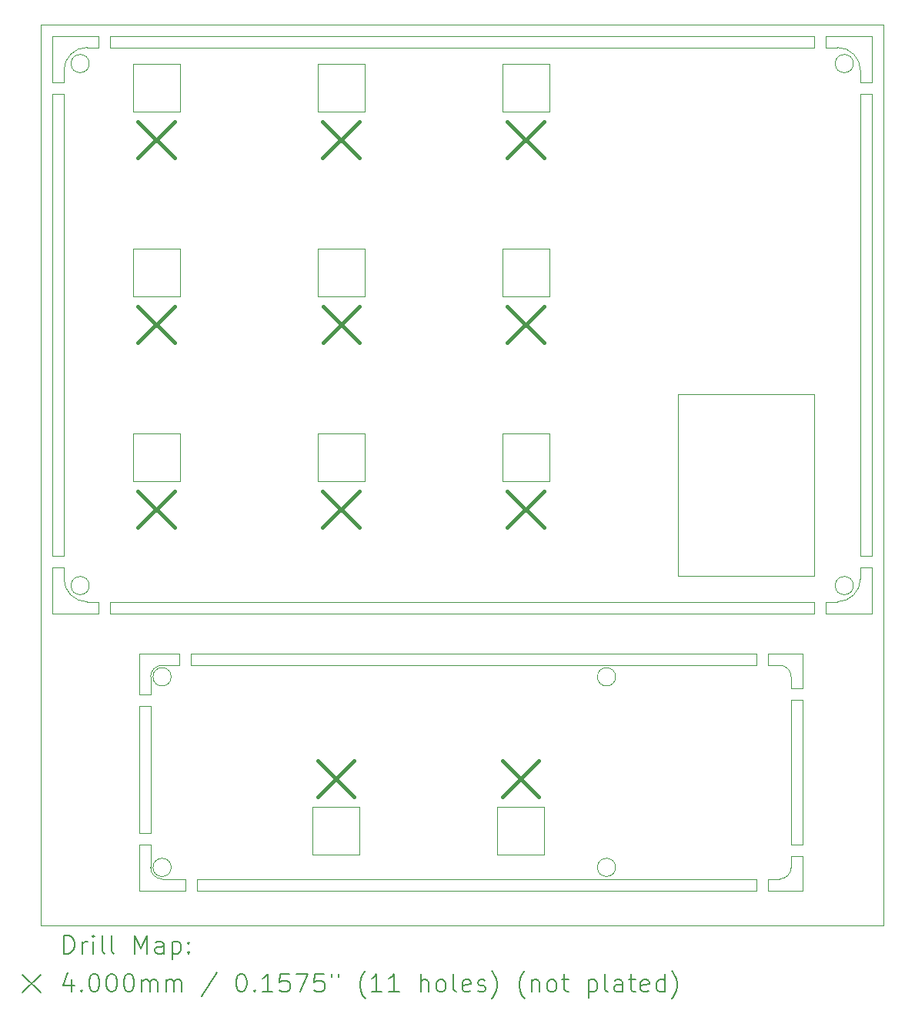
<source format=gbr>
%FSLAX45Y45*%
G04 Gerber Fmt 4.5, Leading zero omitted, Abs format (unit mm)*
G04 Created by KiCad (PCBNEW (6.0.5)) date 2022-06-14 18:11:53*
%MOMM*%
%LPD*%
G01*
G04 APERTURE LIST*
%TA.AperFunction,Profile*%
%ADD10C,0.050000*%
%TD*%
%ADD11C,0.200000*%
%ADD12C,0.400000*%
G04 APERTURE END LIST*
D10*
X11049000Y-12509500D02*
G75*
G03*
X10922000Y-12382500I-127000J0D01*
G01*
X4000500Y-14605000D02*
G75*
G03*
X4127500Y-14732000I127000J0D01*
G01*
X11938000Y-6096000D02*
X11811000Y-6096000D01*
X11430000Y-11684000D02*
X11430000Y-11811000D01*
X3048000Y-11303000D02*
X3048000Y-11430000D01*
X10668000Y-14859000D02*
X10668000Y-14732000D01*
X4445000Y-12255500D02*
X4445000Y-12382500D01*
X4000500Y-12509500D02*
X4000500Y-12700000D01*
X11176000Y-14859000D02*
X11176000Y-14478000D01*
X4324154Y-10356775D02*
X3805994Y-10356775D01*
X3805994Y-10356775D02*
X3805994Y-9835615D01*
X3805994Y-9835615D02*
X4324154Y-9835615D01*
X4324154Y-9835615D02*
X4324154Y-10356775D01*
X11049000Y-12636500D02*
X11049000Y-12509500D01*
X10922000Y-14732000D02*
G75*
G03*
X11049000Y-14605000I0J127000D01*
G01*
X11938000Y-11176000D02*
X11938000Y-6096000D01*
X11303000Y-5588000D02*
X3556000Y-5588000D01*
X11811000Y-11176000D02*
X11938000Y-11176000D01*
X5778920Y-13941420D02*
X6297080Y-13941420D01*
X6297080Y-13941420D02*
X6297080Y-14466660D01*
X6297080Y-14466660D02*
X5778920Y-14466660D01*
X5778920Y-14466660D02*
X5778920Y-13941420D01*
X11303000Y-5588000D02*
X11303000Y-5461000D01*
X2921000Y-5461000D02*
X2921000Y-5969000D01*
X10795000Y-14732000D02*
X10795000Y-14859000D01*
X3556000Y-11684000D02*
X3556000Y-11811000D01*
X3429000Y-5461000D02*
X3429000Y-5588000D01*
X8387080Y-8323580D02*
X7868920Y-8323580D01*
X7868920Y-8323580D02*
X7868920Y-7805420D01*
X7868920Y-7805420D02*
X8387080Y-7805420D01*
X8387080Y-7805420D02*
X8387080Y-8323580D01*
X4000500Y-12827000D02*
X4000500Y-14224000D01*
X2794000Y-5334000D02*
X12065000Y-5334000D01*
X12065000Y-5334000D02*
X12065000Y-15240000D01*
X12065000Y-15240000D02*
X2794000Y-15240000D01*
X2794000Y-15240000D02*
X2794000Y-5334000D01*
X4000500Y-14351000D02*
X4000500Y-14605000D01*
X11430000Y-5588000D02*
X11430000Y-5461000D01*
X11733200Y-5765800D02*
G75*
G03*
X11733200Y-5765800I-100000J0D01*
G01*
X11049000Y-14478000D02*
X11049000Y-14605000D01*
X3873500Y-14224000D02*
X3873500Y-12827000D01*
X11049000Y-14351000D02*
X11176000Y-14351000D01*
X11176000Y-14351000D02*
X11176000Y-12763500D01*
X3429000Y-5461000D02*
X2921000Y-5461000D01*
X3048000Y-6096000D02*
X2921000Y-6096000D01*
X8387681Y-10361855D02*
X7869521Y-10361855D01*
X7869521Y-10361855D02*
X7869521Y-9831535D01*
X7869521Y-9831535D02*
X8387681Y-9831535D01*
X8387681Y-9831535D02*
X8387681Y-10361855D01*
X3556000Y-5461000D02*
X3556000Y-5588000D01*
X4324154Y-8325580D02*
X3805994Y-8325580D01*
X3805994Y-8325580D02*
X3805994Y-7805420D01*
X3805994Y-7805420D02*
X4324154Y-7805420D01*
X4324154Y-7805420D02*
X4324154Y-8325580D01*
X11176000Y-14478000D02*
X11049000Y-14478000D01*
X3873500Y-14351000D02*
X4000500Y-14351000D01*
X9117000Y-14605000D02*
G75*
G03*
X9117000Y-14605000I-100000J0D01*
G01*
X3048000Y-5969000D02*
X3048000Y-5842000D01*
X2921000Y-6096000D02*
X2921000Y-11176000D01*
X11938000Y-5461000D02*
X11938000Y-5969000D01*
X6355917Y-8325580D02*
X5837757Y-8325580D01*
X5837757Y-8325580D02*
X5837757Y-7805420D01*
X5837757Y-7805420D02*
X6355917Y-7805420D01*
X6355917Y-7805420D02*
X6355917Y-8325580D01*
X6355080Y-10357500D02*
X5836920Y-10357500D01*
X5836920Y-10357500D02*
X5836920Y-9832260D01*
X5836920Y-9832260D02*
X6355080Y-9832260D01*
X6355080Y-9832260D02*
X6355080Y-10357500D01*
X3302000Y-5588000D02*
X3429000Y-5588000D01*
X4381500Y-14859000D02*
X4381500Y-14732000D01*
X11938000Y-11811000D02*
X11938000Y-11303000D01*
X4318000Y-12382500D02*
X4127500Y-12382500D01*
X11557000Y-5588000D02*
X11430000Y-5588000D01*
X11733200Y-11506200D02*
G75*
G03*
X11733200Y-11506200I-100000J0D01*
G01*
X4127500Y-12382500D02*
G75*
G03*
X4000500Y-12509500I0J-127000D01*
G01*
X4000500Y-12700000D02*
X3873500Y-12700000D01*
X11430000Y-5461000D02*
X11938000Y-5461000D01*
X7810920Y-13939880D02*
X8329080Y-13939880D01*
X8329080Y-13939880D02*
X8329080Y-14465120D01*
X8329080Y-14465120D02*
X7810920Y-14465120D01*
X7810920Y-14465120D02*
X7810920Y-13939880D01*
X11811000Y-6096000D02*
X11811000Y-11176000D01*
X11303000Y-5461000D02*
X3556000Y-5461000D01*
X3048000Y-6096000D02*
X3048000Y-11176000D01*
X10668000Y-14732000D02*
X4508500Y-14732000D01*
X4445000Y-12382500D02*
X10668000Y-12382500D01*
X3048000Y-11430000D02*
G75*
G03*
X3302000Y-11684000I254000J0D01*
G01*
X4227500Y-12509500D02*
G75*
G03*
X4227500Y-12509500I-100000J0D01*
G01*
X4508500Y-14732000D02*
X4508500Y-14859000D01*
X11049000Y-12763500D02*
X11049000Y-14351000D01*
X11176000Y-12255500D02*
X11176000Y-12636500D01*
X3048000Y-11303000D02*
X2921000Y-11303000D01*
X10795000Y-14859000D02*
X11176000Y-14859000D01*
X4323080Y-6293580D02*
X3804920Y-6293580D01*
X3804920Y-6293580D02*
X3804920Y-5771420D01*
X3804920Y-5771420D02*
X4323080Y-5771420D01*
X4323080Y-5771420D02*
X4323080Y-6293580D01*
X3429000Y-11811000D02*
X3429000Y-11684000D01*
X3873500Y-12255500D02*
X4318000Y-12255500D01*
X2921000Y-11176000D02*
X3048000Y-11176000D01*
X4000500Y-14224000D02*
X3873500Y-14224000D01*
X11176000Y-12763500D02*
X11049000Y-12763500D01*
X11303000Y-11811000D02*
X11303000Y-11684000D01*
X11938000Y-5969000D02*
X11811000Y-5969000D01*
X10668000Y-12255500D02*
X4445000Y-12255500D01*
X4381500Y-14732000D02*
X4127500Y-14732000D01*
X4508500Y-14859000D02*
X10668000Y-14859000D01*
X11557000Y-11684000D02*
X11430000Y-11684000D01*
X11811000Y-5842000D02*
X11811000Y-5969000D01*
X11430000Y-11811000D02*
X11938000Y-11811000D01*
X10922000Y-12382500D02*
X10795000Y-12382500D01*
X3556000Y-11684000D02*
X11303000Y-11684000D01*
X2921000Y-11303000D02*
X2921000Y-11811000D01*
X10795000Y-12382500D02*
X10795000Y-12255500D01*
X3429000Y-11684000D02*
X3302000Y-11684000D01*
X8387080Y-6292580D02*
X7868920Y-6292580D01*
X7868920Y-6292580D02*
X7868920Y-5768340D01*
X7868920Y-5768340D02*
X8387080Y-5768340D01*
X8387080Y-5768340D02*
X8387080Y-6292580D01*
X3873500Y-12700000D02*
X3873500Y-12255500D01*
X10795000Y-12255500D02*
X11176000Y-12255500D01*
X3556000Y-11811000D02*
X11303000Y-11811000D01*
X3325800Y-5765800D02*
G75*
G03*
X3325800Y-5765800I-100000J0D01*
G01*
X3873500Y-14351000D02*
X3873500Y-14859000D01*
X9117000Y-12509500D02*
G75*
G03*
X9117000Y-12509500I-100000J0D01*
G01*
X2921000Y-11811000D02*
X3429000Y-11811000D01*
X3302000Y-5588000D02*
G75*
G03*
X3048000Y-5842000I0J-254000D01*
G01*
X11811000Y-5842000D02*
G75*
G03*
X11557000Y-5588000I-254000J0D01*
G01*
X6355080Y-6293580D02*
X5836920Y-6293580D01*
X5836920Y-6293580D02*
X5836920Y-5771420D01*
X5836920Y-5771420D02*
X6355080Y-5771420D01*
X6355080Y-5771420D02*
X6355080Y-6293580D01*
X9800000Y-9400000D02*
X11300000Y-9400000D01*
X11300000Y-9400000D02*
X11300000Y-11400000D01*
X11300000Y-11400000D02*
X9800000Y-11400000D01*
X9800000Y-11400000D02*
X9800000Y-9400000D01*
X2921000Y-5969000D02*
X3048000Y-5969000D01*
X4318000Y-12255500D02*
X4318000Y-12382500D01*
X10668000Y-12382500D02*
X10668000Y-12255500D01*
X4227500Y-14605000D02*
G75*
G03*
X4227500Y-14605000I-100000J0D01*
G01*
X11811000Y-11303000D02*
X11811000Y-11430000D01*
X11557000Y-11684000D02*
G75*
G03*
X11811000Y-11430000I0J254000D01*
G01*
X3325800Y-11506200D02*
G75*
G03*
X3325800Y-11506200I-100000J0D01*
G01*
X3873500Y-14859000D02*
X4381500Y-14859000D01*
X10922000Y-14732000D02*
X10795000Y-14732000D01*
X11938000Y-11303000D02*
X11811000Y-11303000D01*
X11176000Y-12636500D02*
X11049000Y-12636500D01*
X3873500Y-12827000D02*
X4000500Y-12827000D01*
D11*
D12*
X3864000Y-6404000D02*
X4264000Y-6804000D01*
X4264000Y-6404000D02*
X3864000Y-6804000D01*
X3864000Y-8436000D02*
X4264000Y-8836000D01*
X4264000Y-8436000D02*
X3864000Y-8836000D01*
X3864000Y-10468000D02*
X4264000Y-10868000D01*
X4264000Y-10468000D02*
X3864000Y-10868000D01*
X5838000Y-13430000D02*
X6238000Y-13830000D01*
X6238000Y-13430000D02*
X5838000Y-13830000D01*
X5896000Y-6404000D02*
X6296000Y-6804000D01*
X6296000Y-6404000D02*
X5896000Y-6804000D01*
X5896000Y-10468000D02*
X6296000Y-10868000D01*
X6296000Y-10468000D02*
X5896000Y-10868000D01*
X5897922Y-8436961D02*
X6297922Y-8836961D01*
X6297922Y-8436961D02*
X5897922Y-8836961D01*
X7870000Y-13430000D02*
X8270000Y-13830000D01*
X8270000Y-13430000D02*
X7870000Y-13830000D01*
X7928000Y-6404000D02*
X8328000Y-6804000D01*
X8328000Y-6404000D02*
X7928000Y-6804000D01*
X7928000Y-8436000D02*
X8328000Y-8836000D01*
X8328000Y-8436000D02*
X7928000Y-8836000D01*
X7928000Y-10468000D02*
X8328000Y-10868000D01*
X8328000Y-10468000D02*
X7928000Y-10868000D01*
D11*
X3049119Y-15552976D02*
X3049119Y-15352976D01*
X3096738Y-15352976D01*
X3125309Y-15362500D01*
X3144357Y-15381548D01*
X3153881Y-15400595D01*
X3163405Y-15438690D01*
X3163405Y-15467262D01*
X3153881Y-15505357D01*
X3144357Y-15524405D01*
X3125309Y-15543452D01*
X3096738Y-15552976D01*
X3049119Y-15552976D01*
X3249119Y-15552976D02*
X3249119Y-15419643D01*
X3249119Y-15457738D02*
X3258643Y-15438690D01*
X3268167Y-15429167D01*
X3287214Y-15419643D01*
X3306262Y-15419643D01*
X3372928Y-15552976D02*
X3372928Y-15419643D01*
X3372928Y-15352976D02*
X3363405Y-15362500D01*
X3372928Y-15372024D01*
X3382452Y-15362500D01*
X3372928Y-15352976D01*
X3372928Y-15372024D01*
X3496738Y-15552976D02*
X3477690Y-15543452D01*
X3468167Y-15524405D01*
X3468167Y-15352976D01*
X3601500Y-15552976D02*
X3582452Y-15543452D01*
X3572928Y-15524405D01*
X3572928Y-15352976D01*
X3830071Y-15552976D02*
X3830071Y-15352976D01*
X3896738Y-15495833D01*
X3963405Y-15352976D01*
X3963405Y-15552976D01*
X4144357Y-15552976D02*
X4144357Y-15448214D01*
X4134833Y-15429167D01*
X4115786Y-15419643D01*
X4077690Y-15419643D01*
X4058643Y-15429167D01*
X4144357Y-15543452D02*
X4125309Y-15552976D01*
X4077690Y-15552976D01*
X4058643Y-15543452D01*
X4049119Y-15524405D01*
X4049119Y-15505357D01*
X4058643Y-15486309D01*
X4077690Y-15476786D01*
X4125309Y-15476786D01*
X4144357Y-15467262D01*
X4239595Y-15419643D02*
X4239595Y-15619643D01*
X4239595Y-15429167D02*
X4258643Y-15419643D01*
X4296738Y-15419643D01*
X4315786Y-15429167D01*
X4325310Y-15438690D01*
X4334833Y-15457738D01*
X4334833Y-15514881D01*
X4325310Y-15533928D01*
X4315786Y-15543452D01*
X4296738Y-15552976D01*
X4258643Y-15552976D01*
X4239595Y-15543452D01*
X4420548Y-15533928D02*
X4430071Y-15543452D01*
X4420548Y-15552976D01*
X4411024Y-15543452D01*
X4420548Y-15533928D01*
X4420548Y-15552976D01*
X4420548Y-15429167D02*
X4430071Y-15438690D01*
X4420548Y-15448214D01*
X4411024Y-15438690D01*
X4420548Y-15429167D01*
X4420548Y-15448214D01*
X2591500Y-15782500D02*
X2791500Y-15982500D01*
X2791500Y-15782500D02*
X2591500Y-15982500D01*
X3134833Y-15839643D02*
X3134833Y-15972976D01*
X3087214Y-15763452D02*
X3039595Y-15906309D01*
X3163405Y-15906309D01*
X3239595Y-15953928D02*
X3249119Y-15963452D01*
X3239595Y-15972976D01*
X3230071Y-15963452D01*
X3239595Y-15953928D01*
X3239595Y-15972976D01*
X3372928Y-15772976D02*
X3391976Y-15772976D01*
X3411024Y-15782500D01*
X3420548Y-15792024D01*
X3430071Y-15811071D01*
X3439595Y-15849167D01*
X3439595Y-15896786D01*
X3430071Y-15934881D01*
X3420548Y-15953928D01*
X3411024Y-15963452D01*
X3391976Y-15972976D01*
X3372928Y-15972976D01*
X3353881Y-15963452D01*
X3344357Y-15953928D01*
X3334833Y-15934881D01*
X3325309Y-15896786D01*
X3325309Y-15849167D01*
X3334833Y-15811071D01*
X3344357Y-15792024D01*
X3353881Y-15782500D01*
X3372928Y-15772976D01*
X3563405Y-15772976D02*
X3582452Y-15772976D01*
X3601500Y-15782500D01*
X3611024Y-15792024D01*
X3620548Y-15811071D01*
X3630071Y-15849167D01*
X3630071Y-15896786D01*
X3620548Y-15934881D01*
X3611024Y-15953928D01*
X3601500Y-15963452D01*
X3582452Y-15972976D01*
X3563405Y-15972976D01*
X3544357Y-15963452D01*
X3534833Y-15953928D01*
X3525309Y-15934881D01*
X3515786Y-15896786D01*
X3515786Y-15849167D01*
X3525309Y-15811071D01*
X3534833Y-15792024D01*
X3544357Y-15782500D01*
X3563405Y-15772976D01*
X3753881Y-15772976D02*
X3772928Y-15772976D01*
X3791976Y-15782500D01*
X3801500Y-15792024D01*
X3811024Y-15811071D01*
X3820548Y-15849167D01*
X3820548Y-15896786D01*
X3811024Y-15934881D01*
X3801500Y-15953928D01*
X3791976Y-15963452D01*
X3772928Y-15972976D01*
X3753881Y-15972976D01*
X3734833Y-15963452D01*
X3725309Y-15953928D01*
X3715786Y-15934881D01*
X3706262Y-15896786D01*
X3706262Y-15849167D01*
X3715786Y-15811071D01*
X3725309Y-15792024D01*
X3734833Y-15782500D01*
X3753881Y-15772976D01*
X3906262Y-15972976D02*
X3906262Y-15839643D01*
X3906262Y-15858690D02*
X3915786Y-15849167D01*
X3934833Y-15839643D01*
X3963405Y-15839643D01*
X3982452Y-15849167D01*
X3991976Y-15868214D01*
X3991976Y-15972976D01*
X3991976Y-15868214D02*
X4001500Y-15849167D01*
X4020548Y-15839643D01*
X4049119Y-15839643D01*
X4068167Y-15849167D01*
X4077690Y-15868214D01*
X4077690Y-15972976D01*
X4172928Y-15972976D02*
X4172928Y-15839643D01*
X4172928Y-15858690D02*
X4182452Y-15849167D01*
X4201500Y-15839643D01*
X4230071Y-15839643D01*
X4249119Y-15849167D01*
X4258643Y-15868214D01*
X4258643Y-15972976D01*
X4258643Y-15868214D02*
X4268167Y-15849167D01*
X4287214Y-15839643D01*
X4315786Y-15839643D01*
X4334833Y-15849167D01*
X4344357Y-15868214D01*
X4344357Y-15972976D01*
X4734833Y-15763452D02*
X4563405Y-16020595D01*
X4991976Y-15772976D02*
X5011024Y-15772976D01*
X5030071Y-15782500D01*
X5039595Y-15792024D01*
X5049119Y-15811071D01*
X5058643Y-15849167D01*
X5058643Y-15896786D01*
X5049119Y-15934881D01*
X5039595Y-15953928D01*
X5030071Y-15963452D01*
X5011024Y-15972976D01*
X4991976Y-15972976D01*
X4972929Y-15963452D01*
X4963405Y-15953928D01*
X4953881Y-15934881D01*
X4944357Y-15896786D01*
X4944357Y-15849167D01*
X4953881Y-15811071D01*
X4963405Y-15792024D01*
X4972929Y-15782500D01*
X4991976Y-15772976D01*
X5144357Y-15953928D02*
X5153881Y-15963452D01*
X5144357Y-15972976D01*
X5134833Y-15963452D01*
X5144357Y-15953928D01*
X5144357Y-15972976D01*
X5344357Y-15972976D02*
X5230071Y-15972976D01*
X5287214Y-15972976D02*
X5287214Y-15772976D01*
X5268167Y-15801548D01*
X5249119Y-15820595D01*
X5230071Y-15830119D01*
X5525310Y-15772976D02*
X5430071Y-15772976D01*
X5420548Y-15868214D01*
X5430071Y-15858690D01*
X5449119Y-15849167D01*
X5496738Y-15849167D01*
X5515786Y-15858690D01*
X5525310Y-15868214D01*
X5534833Y-15887262D01*
X5534833Y-15934881D01*
X5525310Y-15953928D01*
X5515786Y-15963452D01*
X5496738Y-15972976D01*
X5449119Y-15972976D01*
X5430071Y-15963452D01*
X5420548Y-15953928D01*
X5601500Y-15772976D02*
X5734833Y-15772976D01*
X5649119Y-15972976D01*
X5906262Y-15772976D02*
X5811024Y-15772976D01*
X5801500Y-15868214D01*
X5811024Y-15858690D01*
X5830071Y-15849167D01*
X5877690Y-15849167D01*
X5896738Y-15858690D01*
X5906262Y-15868214D01*
X5915786Y-15887262D01*
X5915786Y-15934881D01*
X5906262Y-15953928D01*
X5896738Y-15963452D01*
X5877690Y-15972976D01*
X5830071Y-15972976D01*
X5811024Y-15963452D01*
X5801500Y-15953928D01*
X5991976Y-15772976D02*
X5991976Y-15811071D01*
X6068167Y-15772976D02*
X6068167Y-15811071D01*
X6363405Y-16049167D02*
X6353881Y-16039643D01*
X6334833Y-16011071D01*
X6325309Y-15992024D01*
X6315786Y-15963452D01*
X6306262Y-15915833D01*
X6306262Y-15877738D01*
X6315786Y-15830119D01*
X6325309Y-15801548D01*
X6334833Y-15782500D01*
X6353881Y-15753928D01*
X6363405Y-15744405D01*
X6544357Y-15972976D02*
X6430071Y-15972976D01*
X6487214Y-15972976D02*
X6487214Y-15772976D01*
X6468167Y-15801548D01*
X6449119Y-15820595D01*
X6430071Y-15830119D01*
X6734833Y-15972976D02*
X6620548Y-15972976D01*
X6677690Y-15972976D02*
X6677690Y-15772976D01*
X6658643Y-15801548D01*
X6639595Y-15820595D01*
X6620548Y-15830119D01*
X6972928Y-15972976D02*
X6972928Y-15772976D01*
X7058643Y-15972976D02*
X7058643Y-15868214D01*
X7049119Y-15849167D01*
X7030071Y-15839643D01*
X7001500Y-15839643D01*
X6982452Y-15849167D01*
X6972928Y-15858690D01*
X7182452Y-15972976D02*
X7163405Y-15963452D01*
X7153881Y-15953928D01*
X7144357Y-15934881D01*
X7144357Y-15877738D01*
X7153881Y-15858690D01*
X7163405Y-15849167D01*
X7182452Y-15839643D01*
X7211024Y-15839643D01*
X7230071Y-15849167D01*
X7239595Y-15858690D01*
X7249119Y-15877738D01*
X7249119Y-15934881D01*
X7239595Y-15953928D01*
X7230071Y-15963452D01*
X7211024Y-15972976D01*
X7182452Y-15972976D01*
X7363405Y-15972976D02*
X7344357Y-15963452D01*
X7334833Y-15944405D01*
X7334833Y-15772976D01*
X7515786Y-15963452D02*
X7496738Y-15972976D01*
X7458643Y-15972976D01*
X7439595Y-15963452D01*
X7430071Y-15944405D01*
X7430071Y-15868214D01*
X7439595Y-15849167D01*
X7458643Y-15839643D01*
X7496738Y-15839643D01*
X7515786Y-15849167D01*
X7525309Y-15868214D01*
X7525309Y-15887262D01*
X7430071Y-15906309D01*
X7601500Y-15963452D02*
X7620548Y-15972976D01*
X7658643Y-15972976D01*
X7677690Y-15963452D01*
X7687214Y-15944405D01*
X7687214Y-15934881D01*
X7677690Y-15915833D01*
X7658643Y-15906309D01*
X7630071Y-15906309D01*
X7611024Y-15896786D01*
X7601500Y-15877738D01*
X7601500Y-15868214D01*
X7611024Y-15849167D01*
X7630071Y-15839643D01*
X7658643Y-15839643D01*
X7677690Y-15849167D01*
X7753881Y-16049167D02*
X7763405Y-16039643D01*
X7782452Y-16011071D01*
X7791976Y-15992024D01*
X7801500Y-15963452D01*
X7811024Y-15915833D01*
X7811024Y-15877738D01*
X7801500Y-15830119D01*
X7791976Y-15801548D01*
X7782452Y-15782500D01*
X7763405Y-15753928D01*
X7753881Y-15744405D01*
X8115786Y-16049167D02*
X8106262Y-16039643D01*
X8087214Y-16011071D01*
X8077690Y-15992024D01*
X8068167Y-15963452D01*
X8058643Y-15915833D01*
X8058643Y-15877738D01*
X8068167Y-15830119D01*
X8077690Y-15801548D01*
X8087214Y-15782500D01*
X8106262Y-15753928D01*
X8115786Y-15744405D01*
X8191976Y-15839643D02*
X8191976Y-15972976D01*
X8191976Y-15858690D02*
X8201500Y-15849167D01*
X8220548Y-15839643D01*
X8249119Y-15839643D01*
X8268167Y-15849167D01*
X8277690Y-15868214D01*
X8277690Y-15972976D01*
X8401500Y-15972976D02*
X8382452Y-15963452D01*
X8372928Y-15953928D01*
X8363405Y-15934881D01*
X8363405Y-15877738D01*
X8372928Y-15858690D01*
X8382452Y-15849167D01*
X8401500Y-15839643D01*
X8430071Y-15839643D01*
X8449119Y-15849167D01*
X8458643Y-15858690D01*
X8468167Y-15877738D01*
X8468167Y-15934881D01*
X8458643Y-15953928D01*
X8449119Y-15963452D01*
X8430071Y-15972976D01*
X8401500Y-15972976D01*
X8525310Y-15839643D02*
X8601500Y-15839643D01*
X8553881Y-15772976D02*
X8553881Y-15944405D01*
X8563405Y-15963452D01*
X8582452Y-15972976D01*
X8601500Y-15972976D01*
X8820548Y-15839643D02*
X8820548Y-16039643D01*
X8820548Y-15849167D02*
X8839595Y-15839643D01*
X8877690Y-15839643D01*
X8896738Y-15849167D01*
X8906262Y-15858690D01*
X8915786Y-15877738D01*
X8915786Y-15934881D01*
X8906262Y-15953928D01*
X8896738Y-15963452D01*
X8877690Y-15972976D01*
X8839595Y-15972976D01*
X8820548Y-15963452D01*
X9030071Y-15972976D02*
X9011024Y-15963452D01*
X9001500Y-15944405D01*
X9001500Y-15772976D01*
X9191976Y-15972976D02*
X9191976Y-15868214D01*
X9182452Y-15849167D01*
X9163405Y-15839643D01*
X9125310Y-15839643D01*
X9106262Y-15849167D01*
X9191976Y-15963452D02*
X9172929Y-15972976D01*
X9125310Y-15972976D01*
X9106262Y-15963452D01*
X9096738Y-15944405D01*
X9096738Y-15925357D01*
X9106262Y-15906309D01*
X9125310Y-15896786D01*
X9172929Y-15896786D01*
X9191976Y-15887262D01*
X9258643Y-15839643D02*
X9334833Y-15839643D01*
X9287214Y-15772976D02*
X9287214Y-15944405D01*
X9296738Y-15963452D01*
X9315786Y-15972976D01*
X9334833Y-15972976D01*
X9477690Y-15963452D02*
X9458643Y-15972976D01*
X9420548Y-15972976D01*
X9401500Y-15963452D01*
X9391976Y-15944405D01*
X9391976Y-15868214D01*
X9401500Y-15849167D01*
X9420548Y-15839643D01*
X9458643Y-15839643D01*
X9477690Y-15849167D01*
X9487214Y-15868214D01*
X9487214Y-15887262D01*
X9391976Y-15906309D01*
X9658643Y-15972976D02*
X9658643Y-15772976D01*
X9658643Y-15963452D02*
X9639595Y-15972976D01*
X9601500Y-15972976D01*
X9582452Y-15963452D01*
X9572929Y-15953928D01*
X9563405Y-15934881D01*
X9563405Y-15877738D01*
X9572929Y-15858690D01*
X9582452Y-15849167D01*
X9601500Y-15839643D01*
X9639595Y-15839643D01*
X9658643Y-15849167D01*
X9734833Y-16049167D02*
X9744357Y-16039643D01*
X9763405Y-16011071D01*
X9772929Y-15992024D01*
X9782452Y-15963452D01*
X9791976Y-15915833D01*
X9791976Y-15877738D01*
X9782452Y-15830119D01*
X9772929Y-15801548D01*
X9763405Y-15782500D01*
X9744357Y-15753928D01*
X9734833Y-15744405D01*
M02*

</source>
